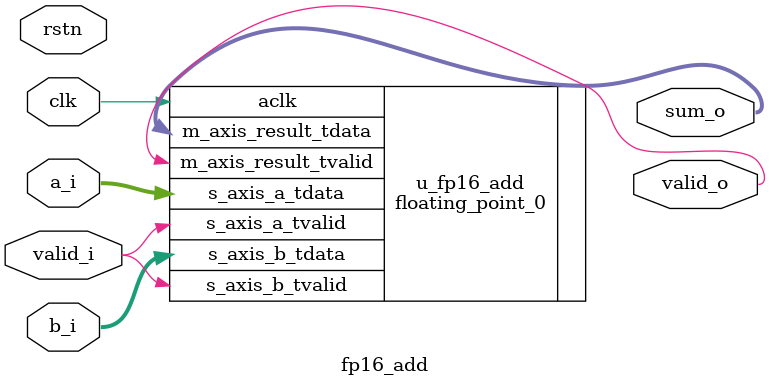
<source format=v>
module fp16_add #(parameter DW=16, LAT=11)(
    input clk, input rstn, input valid_i,
    input [DW-1:0] a_i, b_i,
    output [DW-1:0] sum_o, output valid_o
);
    // Replace with your FP16 subtract IP wrapper.
    floating_point_0 u_fp16_add (
        .aclk(clk),
        .s_axis_a_tvalid(valid_i),
        .s_axis_a_tdata(a_i),
        .s_axis_b_tvalid(valid_i),
        .s_axis_b_tdata(b_i),
        .m_axis_result_tvalid(valid_o),
        .m_axis_result_tdata(sum_o)
    );
endmodule
</source>
